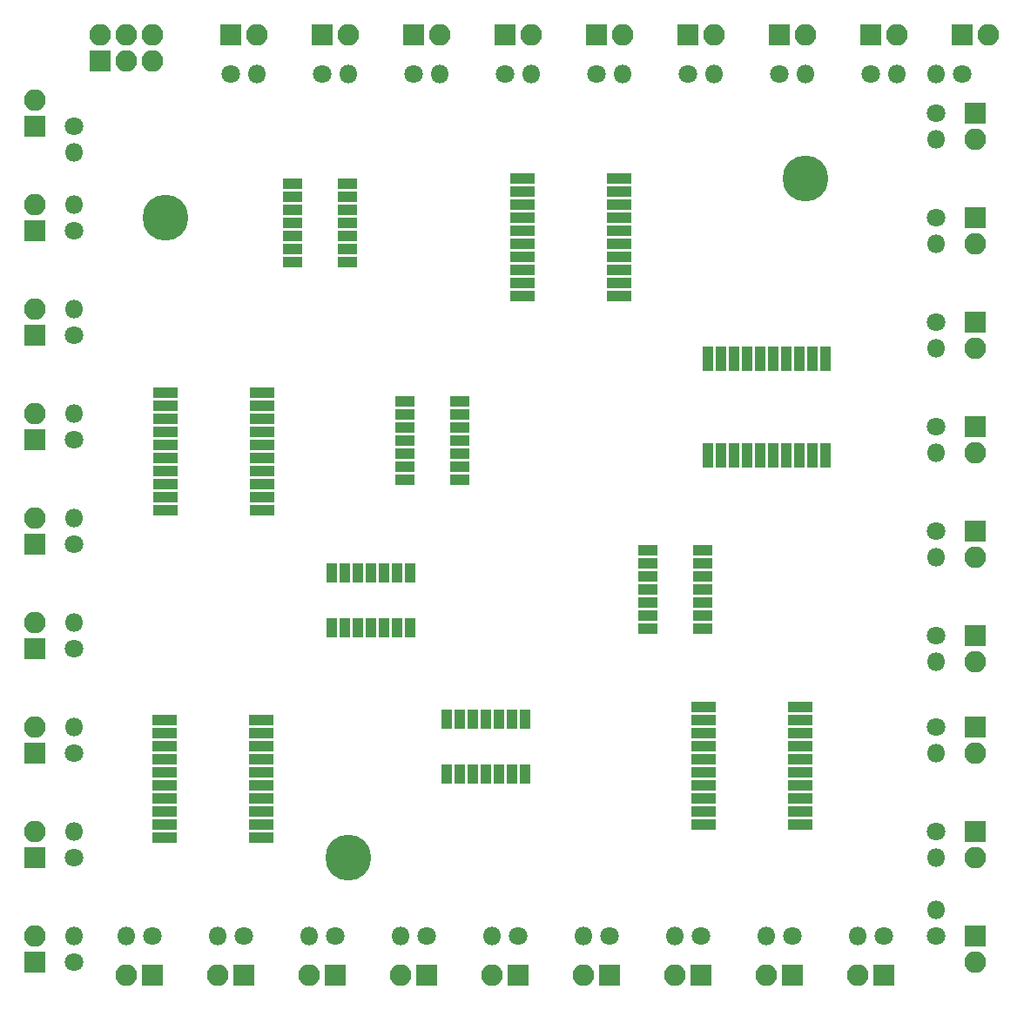
<source format=gts>
G04 #@! TF.FileFunction,Soldermask,Top*
%FSLAX46Y46*%
G04 Gerber Fmt 4.6, Leading zero omitted, Abs format (unit mm)*
G04 Created by KiCad (PCBNEW 4.0.6) date 2017 June 23, Friday 17:45:36*
%MOMM*%
%LPD*%
G01*
G04 APERTURE LIST*
%ADD10C,0.200000*%
%ADD11C,1.800000*%
%ADD12O,1.800000X1.800000*%
%ADD13R,1.000000X1.900000*%
%ADD14R,1.900000X1.000000*%
%ADD15R,2.350000X1.000000*%
%ADD16R,1.000000X2.350000*%
%ADD17C,4.464000*%
%ADD18R,2.100000X2.100000*%
%ADD19O,2.100000X2.100000*%
G04 APERTURE END LIST*
D10*
D11*
X87630000Y-44450000D03*
D12*
X90170000Y-44450000D03*
D11*
X96520000Y-44450000D03*
D12*
X99060000Y-44450000D03*
D11*
X105410000Y-44450000D03*
D12*
X107950000Y-44450000D03*
D11*
X114300000Y-44450000D03*
D12*
X116840000Y-44450000D03*
D11*
X123190000Y-44450000D03*
D12*
X125730000Y-44450000D03*
D11*
X132080000Y-44450000D03*
D12*
X134620000Y-44450000D03*
D11*
X140970000Y-44450000D03*
D12*
X143510000Y-44450000D03*
D11*
X149860000Y-44450000D03*
D12*
X152400000Y-44450000D03*
D11*
X158750000Y-44450000D03*
D12*
X156210000Y-44450000D03*
D11*
X156210000Y-48260000D03*
D12*
X156210000Y-50800000D03*
D11*
X156210000Y-58420000D03*
D12*
X156210000Y-60960000D03*
D11*
X156210000Y-68580000D03*
D12*
X156210000Y-71120000D03*
D11*
X156210000Y-78740000D03*
D12*
X156210000Y-81280000D03*
D11*
X156210000Y-88900000D03*
D12*
X156210000Y-91440000D03*
D11*
X156210000Y-99060000D03*
D12*
X156210000Y-101600000D03*
D11*
X156210000Y-107950000D03*
D12*
X156210000Y-110490000D03*
D11*
X156210000Y-118110000D03*
D12*
X156210000Y-120650000D03*
D11*
X156210000Y-128270000D03*
D12*
X156210000Y-125730000D03*
D11*
X151130000Y-128270000D03*
D12*
X148590000Y-128270000D03*
D11*
X142240000Y-128270000D03*
D12*
X139700000Y-128270000D03*
D11*
X133350000Y-128270000D03*
D12*
X130810000Y-128270000D03*
D11*
X124460000Y-128270000D03*
D12*
X121920000Y-128270000D03*
D11*
X115570000Y-128270000D03*
D12*
X113030000Y-128270000D03*
D11*
X106680000Y-128270000D03*
D12*
X104140000Y-128270000D03*
D11*
X97790000Y-128270000D03*
D12*
X95250000Y-128270000D03*
D11*
X88900000Y-128270000D03*
D12*
X86360000Y-128270000D03*
D11*
X80010000Y-128270000D03*
D12*
X77470000Y-128270000D03*
D11*
X72390000Y-130810000D03*
D12*
X72390000Y-128270000D03*
D11*
X72390000Y-120650000D03*
D12*
X72390000Y-118110000D03*
D11*
X72390000Y-110490000D03*
D12*
X72390000Y-107950000D03*
D11*
X72390000Y-100330000D03*
D12*
X72390000Y-97790000D03*
D11*
X72390000Y-90170000D03*
D12*
X72390000Y-87630000D03*
D11*
X72390000Y-80010000D03*
D12*
X72390000Y-77470000D03*
D11*
X72390000Y-69850000D03*
D12*
X72390000Y-67310000D03*
D11*
X72390000Y-59690000D03*
D12*
X72390000Y-57150000D03*
D11*
X72390000Y-49530000D03*
D12*
X72390000Y-52070000D03*
D13*
X105029000Y-92931000D03*
X103759000Y-92931000D03*
X102489000Y-92931000D03*
X101219000Y-92931000D03*
X99949000Y-92931000D03*
X98679000Y-92931000D03*
X97409000Y-92931000D03*
X97409000Y-98331000D03*
X98679000Y-98331000D03*
X99949000Y-98331000D03*
X101219000Y-98331000D03*
X102489000Y-98331000D03*
X103759000Y-98331000D03*
X105029000Y-98331000D03*
D14*
X104488000Y-76327000D03*
X104488000Y-77597000D03*
X104488000Y-78867000D03*
X104488000Y-80137000D03*
X104488000Y-81407000D03*
X104488000Y-82677000D03*
X104488000Y-83947000D03*
X109888000Y-83947000D03*
X109888000Y-82677000D03*
X109888000Y-81407000D03*
X109888000Y-80137000D03*
X109888000Y-78867000D03*
X109888000Y-77597000D03*
X109888000Y-76327000D03*
D13*
X116205000Y-107155000D03*
X114935000Y-107155000D03*
X113665000Y-107155000D03*
X112395000Y-107155000D03*
X111125000Y-107155000D03*
X109855000Y-107155000D03*
X108585000Y-107155000D03*
X108585000Y-112555000D03*
X109855000Y-112555000D03*
X111125000Y-112555000D03*
X112395000Y-112555000D03*
X113665000Y-112555000D03*
X114935000Y-112555000D03*
X116205000Y-112555000D03*
D14*
X98966000Y-62738000D03*
X98966000Y-61468000D03*
X98966000Y-60198000D03*
X98966000Y-58928000D03*
X98966000Y-57658000D03*
X98966000Y-56388000D03*
X98966000Y-55118000D03*
X93566000Y-55118000D03*
X93566000Y-56388000D03*
X93566000Y-57658000D03*
X93566000Y-58928000D03*
X93566000Y-60198000D03*
X93566000Y-61468000D03*
X93566000Y-62738000D03*
X128110000Y-90805000D03*
X128110000Y-92075000D03*
X128110000Y-93345000D03*
X128110000Y-94615000D03*
X128110000Y-95885000D03*
X128110000Y-97155000D03*
X128110000Y-98425000D03*
X133510000Y-98425000D03*
X133510000Y-97155000D03*
X133510000Y-95885000D03*
X133510000Y-94615000D03*
X133510000Y-93345000D03*
X133510000Y-92075000D03*
X133510000Y-90805000D03*
D15*
X90679000Y-86868000D03*
X90679000Y-85598000D03*
X90679000Y-84328000D03*
X90679000Y-83058000D03*
X90679000Y-81788000D03*
X90679000Y-80518000D03*
X90679000Y-79248000D03*
X90679000Y-77978000D03*
X90679000Y-76708000D03*
X90679000Y-75438000D03*
X81279000Y-75438000D03*
X81279000Y-76708000D03*
X81279000Y-77978000D03*
X81279000Y-79248000D03*
X81279000Y-80518000D03*
X81279000Y-81788000D03*
X81279000Y-83058000D03*
X81279000Y-84328000D03*
X81279000Y-85598000D03*
X81279000Y-86868000D03*
X125350000Y-66040000D03*
X125350000Y-64770000D03*
X125350000Y-63500000D03*
X125350000Y-62230000D03*
X125350000Y-60960000D03*
X125350000Y-59690000D03*
X125350000Y-58420000D03*
X125350000Y-57150000D03*
X125350000Y-55880000D03*
X125350000Y-54610000D03*
X115950000Y-54610000D03*
X115950000Y-55880000D03*
X115950000Y-57150000D03*
X115950000Y-58420000D03*
X115950000Y-59690000D03*
X115950000Y-60960000D03*
X115950000Y-62230000D03*
X115950000Y-63500000D03*
X115950000Y-64770000D03*
X115950000Y-66040000D03*
D16*
X133985000Y-81535000D03*
X135255000Y-81535000D03*
X136525000Y-81535000D03*
X137795000Y-81535000D03*
X139065000Y-81535000D03*
X140335000Y-81535000D03*
X141605000Y-81535000D03*
X142875000Y-81535000D03*
X144145000Y-81535000D03*
X145415000Y-81535000D03*
X145415000Y-72135000D03*
X144145000Y-72135000D03*
X142875000Y-72135000D03*
X141605000Y-72135000D03*
X140335000Y-72135000D03*
X139065000Y-72135000D03*
X137795000Y-72135000D03*
X136525000Y-72135000D03*
X135255000Y-72135000D03*
X133985000Y-72135000D03*
D15*
X90552000Y-118745000D03*
X90552000Y-117475000D03*
X90552000Y-116205000D03*
X90552000Y-114935000D03*
X90552000Y-113665000D03*
X90552000Y-112395000D03*
X90552000Y-111125000D03*
X90552000Y-109855000D03*
X90552000Y-108585000D03*
X90552000Y-107315000D03*
X81152000Y-107315000D03*
X81152000Y-108585000D03*
X81152000Y-109855000D03*
X81152000Y-111125000D03*
X81152000Y-112395000D03*
X81152000Y-113665000D03*
X81152000Y-114935000D03*
X81152000Y-116205000D03*
X81152000Y-117475000D03*
X81152000Y-118745000D03*
X133603000Y-106045000D03*
X133603000Y-107315000D03*
X133603000Y-108585000D03*
X133603000Y-109855000D03*
X133603000Y-111125000D03*
X133603000Y-112395000D03*
X133603000Y-113665000D03*
X133603000Y-114935000D03*
X133603000Y-116205000D03*
X133603000Y-117475000D03*
X143003000Y-117475000D03*
X143003000Y-116205000D03*
X143003000Y-114935000D03*
X143003000Y-113665000D03*
X143003000Y-112395000D03*
X143003000Y-111125000D03*
X143003000Y-109855000D03*
X143003000Y-108585000D03*
X143003000Y-107315000D03*
X143003000Y-106045000D03*
D17*
X81280000Y-58420000D03*
X143510000Y-54610000D03*
X99060000Y-120650000D03*
D18*
X68580000Y-120650000D03*
D19*
X68580000Y-118110000D03*
D18*
X87630000Y-40640000D03*
D19*
X90170000Y-40640000D03*
D18*
X96520000Y-40640000D03*
D19*
X99060000Y-40640000D03*
D18*
X105410000Y-40640000D03*
D19*
X107950000Y-40640000D03*
D18*
X114300000Y-40640000D03*
D19*
X116840000Y-40640000D03*
D18*
X123190000Y-40640000D03*
D19*
X125730000Y-40640000D03*
D18*
X132080000Y-40640000D03*
D19*
X134620000Y-40640000D03*
D18*
X140970000Y-40640000D03*
D19*
X143510000Y-40640000D03*
D18*
X149860000Y-40640000D03*
D19*
X152400000Y-40640000D03*
D18*
X158750000Y-40640000D03*
D19*
X161290000Y-40640000D03*
D18*
X160020000Y-48260000D03*
D19*
X160020000Y-50800000D03*
D18*
X160020000Y-58420000D03*
D19*
X160020000Y-60960000D03*
D18*
X160020000Y-68580000D03*
D19*
X160020000Y-71120000D03*
D18*
X160020000Y-78740000D03*
D19*
X160020000Y-81280000D03*
D18*
X160020000Y-88900000D03*
D19*
X160020000Y-91440000D03*
D18*
X160020000Y-99060000D03*
D19*
X160020000Y-101600000D03*
D18*
X160020000Y-107950000D03*
D19*
X160020000Y-110490000D03*
D18*
X160020000Y-118110000D03*
D19*
X160020000Y-120650000D03*
D18*
X160020000Y-128270000D03*
D19*
X160020000Y-130810000D03*
D18*
X151130000Y-132080000D03*
D19*
X148590000Y-132080000D03*
D18*
X142240000Y-132080000D03*
D19*
X139700000Y-132080000D03*
D18*
X133350000Y-132080000D03*
D19*
X130810000Y-132080000D03*
D18*
X124460000Y-132080000D03*
D19*
X121920000Y-132080000D03*
D18*
X115570000Y-132080000D03*
D19*
X113030000Y-132080000D03*
D18*
X106680000Y-132080000D03*
D19*
X104140000Y-132080000D03*
D18*
X97790000Y-132080000D03*
D19*
X95250000Y-132080000D03*
D18*
X88900000Y-132080000D03*
D19*
X86360000Y-132080000D03*
D18*
X80010000Y-132080000D03*
D19*
X77470000Y-132080000D03*
D18*
X68580000Y-130810000D03*
D19*
X68580000Y-128270000D03*
D18*
X68580000Y-110490000D03*
D19*
X68580000Y-107950000D03*
D18*
X68580000Y-100330000D03*
D19*
X68580000Y-97790000D03*
D18*
X68580000Y-90170000D03*
D19*
X68580000Y-87630000D03*
D18*
X68580000Y-80010000D03*
D19*
X68580000Y-77470000D03*
D18*
X68580000Y-69850000D03*
D19*
X68580000Y-67310000D03*
D18*
X68580000Y-59690000D03*
D19*
X68580000Y-57150000D03*
D18*
X68580000Y-49530000D03*
D19*
X68580000Y-46990000D03*
D18*
X74930000Y-43180000D03*
D19*
X74930000Y-40640000D03*
X77470000Y-43180000D03*
X77470000Y-40640000D03*
X80010000Y-43180000D03*
X80010000Y-40640000D03*
M02*

</source>
